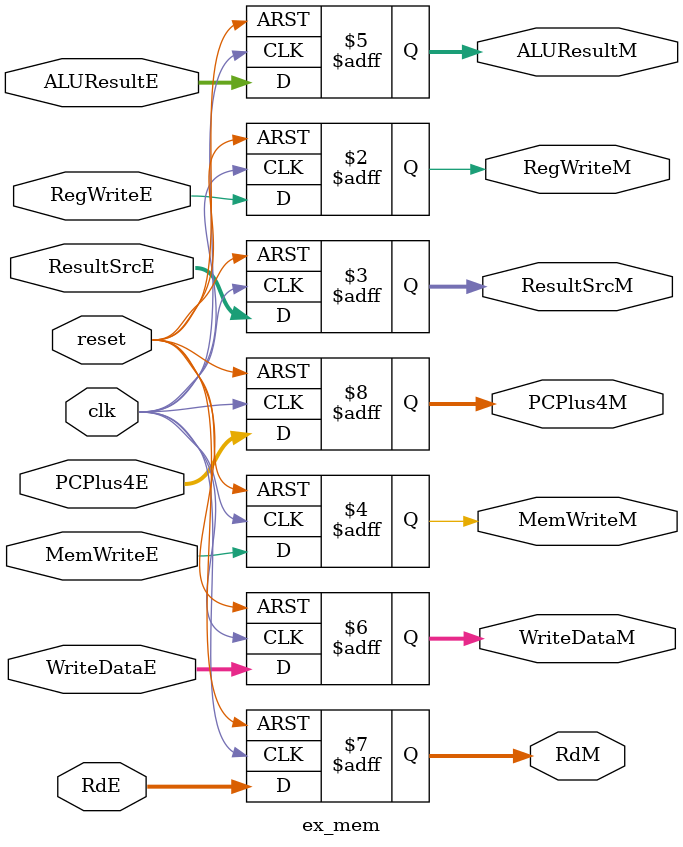
<source format=sv>

module ex_mem(
   input  logic             clk, reset,
   input logic       RegWriteE, 
   input logic [1:0] ResultSrcE,
   input logic       MemWriteE,
   
   input logic [31:0] ALUResultE,
   input logic [31:0] WriteDataE,
   input logic [4:0] RdE,//change  to 4:0 --Dr.M
   input logic [31:0] PCPlus4E,
   
   output logic       RegWriteM, 
   output logic [1:0] ResultSrcM,
   output logic       MemWriteM,    
   
//Register File outputs going into pipelie as inputs
   output logic [31:0] ALUResultM,
   output logic [31:0] WriteDataM,                     
   output logic [4:0] RdM,//change  to 4:0 --Dr.M
   output logic [31:0] PCPlus4M
    );
    
always_ff @(posedge clk, posedge reset)
     if (reset) begin
       RegWriteM   <= 0;
       ResultSrcM  <= 0;
       MemWriteM   <= 0;
       ALUResultM  <= 0;
       WriteDataM  <= 0;
       RdM         <= 0;
       PCPlus4M    <= 0;  

         
     end
     else begin
      RegWriteM   <= RegWriteE;
      ResultSrcM  <= ResultSrcE;
      MemWriteM   <= MemWriteE;
      ALUResultM  <= ALUResultE;
      WriteDataM  <= WriteDataE;
      RdM         <= RdE;
      PCPlus4M    <= PCPlus4E;  
     
     end
endmodule

</source>
